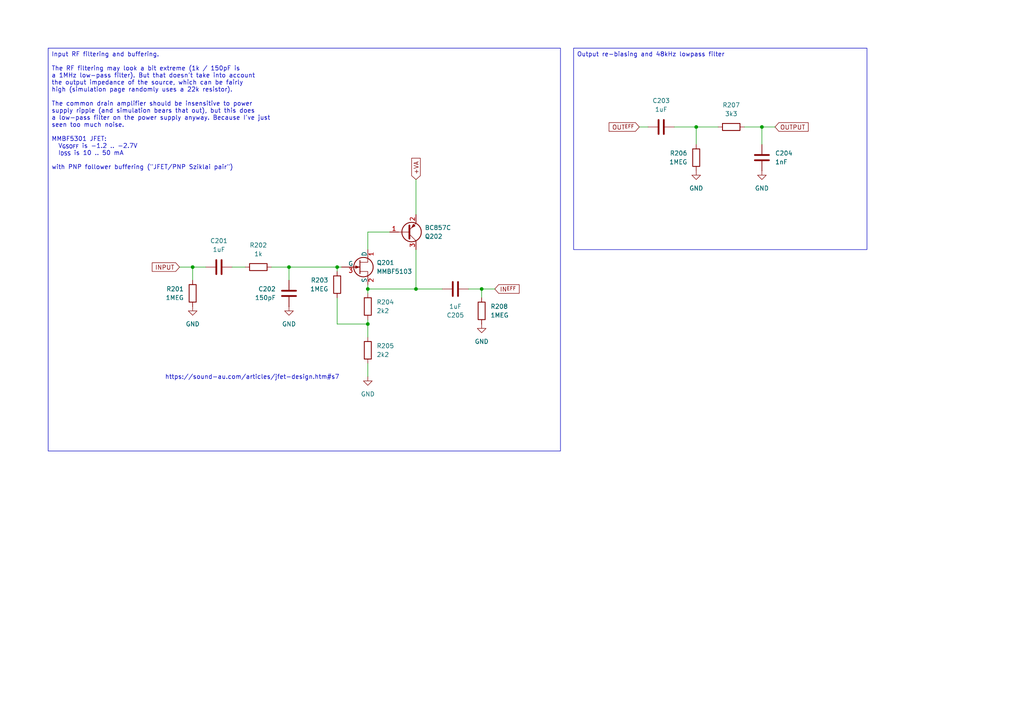
<source format=kicad_sch>
(kicad_sch (version 20250114) (generator "eeschema") (generator_version "9.0")
  (paper "A4")
  (lib_symbols
    (symbol "Device:C" (pin_numbers (hide yes)) (pin_names (offset 0.254))
      (property "Reference" "C" (at 0.635 2.54 0))
      (property "Value" "C" (at 0.635 -2.54 0))
      (symbol "C_0_1"
        (polyline (pts (xy -2.032 0.762) (xy 2.032 0.762)) (stroke (width 0.508)))
        (polyline (pts (xy -2.032 -0.762) (xy 2.032 -0.762)) (stroke (width 0.508)))
      )
      (symbol "C_1_1"
        (pin passive line (at 0 3.81 270) (length 2.794) (name "~") (number "1"))
        (pin passive line (at 0 -3.81 90) (length 2.794) (name "~") (number "2"))
      )
    )
    (symbol "Device:R" (pin_numbers (hide yes)) (pin_names (offset 0))
      (property "Reference" "R" (at 2.032 0 90))
      (property "Value" "R" (at 0 0 90))
      (symbol "R_0_1"
        (rectangle (start -1.016 -2.54) (end 1.016 2.54) (stroke (width 0.254)))
      )
      (symbol "R_1_1"
        (pin passive line (at 0 3.81 270) (length 1.27) (name "~") (number "1"))
        (pin passive line (at 0 -3.81 90) (length 1.27) (name "~") (number "2"))
      )
    )
    (symbol "Mylib:BC857C" (pin_names (offset 0) (hide yes))
      (property "Reference" "Q" (at 5.08 1.905 0))
      (property "Value" "BC857C" (at 5.08 0 0))
      (symbol "BC857C_0_1"
        (polyline (pts (xy -2.54 0) (xy 0.635 0)))
        (polyline (pts (xy 0.635 1.905) (xy 0.635 -1.905)) (stroke (width 0.508)))
        (polyline (pts (xy 0.635 0.635) (xy 2.54 2.54)))
        (polyline (pts (xy 0.635 -0.635) (xy 2.54 -2.54)))
        (circle (center 1.27 0) (radius 2.8194) (stroke (width 0.254)))
        (polyline (pts (xy 2.286 -1.778) (xy 1.778 -2.286) (xy 1.27 -1.27) (xy 2.286 -1.778)) (fill (type outline)))
      )
      (symbol "BC857C_1_1"
        (pin input line (at -5.08 0 0) (length 2.54) (name "B") (number "1"))
        (pin passive line (at 2.54 5.08 270) (length 2.54) (name "C") (number "3"))
        (pin passive line (at 2.54 -5.08 90) (length 2.54) (name "E") (number "2"))
      )
    )
    (symbol "Mylib:MMBF5103" (pin_names (offset 0))
      (property "Reference" "Q" (at 5.08 1.27 0))
      (property "Value" "MMBF5103" (at 5.08 -1.27 0))
      (symbol "MMBF5103_0_1"
        (polyline (pts (xy 0 0) (xy -1.016 0.381) (xy -1.016 -0.381) (xy 0 0)) (fill (type outline)))
        (polyline (pts (xy 0.254 1.905) (xy 0.254 -1.905) (xy 0.254 -1.905)) (stroke (width 0.254)))
        (circle (center 1.27 0) (radius 2.8194) (stroke (width 0.254)))
        (polyline (pts (xy 2.54 2.54) (xy 2.54 1.397) (xy 0.254 1.397)))
        (polyline (pts (xy 2.54 -2.54) (xy 2.54 -1.27) (xy 0.254 -1.27)))
      )
      (symbol "MMBF5103_1_1"
        (pin input line (at -5.08 0 0) (length 5.334) (name "G") (number "3"))
        (pin passive line (at 2.54 5.08 270) (length 2.54) (name "D") (number "1"))
        (pin passive line (at 2.54 -5.08 90) (length 2.54) (name "S") (number "2"))
      )
    )
    (symbol "power:GND" (power) (pin_numbers (hide yes)) (pin_names (offset 0) (hide yes))
      (property "Value" "GND" (at 0 -3.81 0))
      (symbol "GND_0_1"
        (polyline (pts (xy 0 0) (xy 0 -1.27) (xy 1.27 -1.27) (xy 0 -2.54) (xy -1.27 -1.27) (xy 0 -1.27)))
      )
      (symbol "GND_1_1"
        (pin power_in line (at 0 0 270) (length 0) (name "~") (number "1"))
      )
    )
  )
  (text "https://sound-au.com/articles/jfet-design.htm#s7" (at 73.152 109.474 0) (effects (font (size 1.27 1.27))))
  (text_box "Input RF filtering and buffering.\n\nThe RF filtering may look a bit extreme (1k / 150pF is\na 1MHz low-pass filter). But that doesn't take into account\nthe output impedance of the source, which can be fairly\nhigh (simulation page randomly uses a 22k resistor).\n\nThe common drain amplifier should be insensitive to power\nsupply ripple (and simulation bears that out), but this does\na low-pass filter on the power supply anyway. Because I've just\nseen too much noise.\n\nMMBF5301 JFET:\n  V_{GSOFF} is -1.2 .. -2.7V\n  I_{DSS} is 10 .. 50 mA\n\nwith PNP follower buffering (\"JFET/PNP Sziklai pair\")" (at 13.97 13.97 0) (size 148.59 116.84) (margins 0.9525 0.9525 0.9525 0.9525) (effects (font (size 1.27 1.27)) (justify left top)))
  (text_box "Output re-biasing and 48kHz lowpass filter" (at 166.37 13.97 0) (size 85.09 58.42) (margins 0.9525 0.9525 0.9525 0.9525) (effects (font (size 1.27 1.27)) (justify left top)))
  (junction (at 97.79 77.47))
  (junction (at 55.88 77.47))
  (junction (at 201.93 36.83))
  (junction (at 220.98 36.83))
  (junction (at 106.68 93.98))
  (junction (at 106.68 83.82))
  (junction (at 120.65 83.82))
  (junction (at 83.82 77.47))
  (junction (at 139.7 83.82))
  (wire (pts (xy 97.79 86.36) (xy 97.79 93.98)))
  (wire (pts (xy 185.42 36.83) (xy 187.96 36.83)))
  (wire (pts (xy 139.7 83.82) (xy 139.7 86.36)))
  (wire (pts (xy 106.68 67.31) (xy 113.03 67.31)))
  (wire (pts (xy 106.68 83.82) (xy 120.65 83.82)))
  (wire (pts (xy 139.7 83.82) (xy 143.51 83.82)))
  (wire (pts (xy 195.58 36.83) (xy 201.93 36.83)))
  (wire (pts (xy 83.82 77.47) (xy 83.82 81.28)))
  (wire (pts (xy 220.98 36.83) (xy 224.79 36.83)))
  (wire (pts (xy 120.65 83.82) (xy 128.27 83.82)))
  (wire (pts (xy 52.07 77.47) (xy 55.88 77.47)))
  (wire (pts (xy 106.68 105.41) (xy 106.68 109.22)))
  (wire (pts (xy 55.88 77.47) (xy 55.88 81.28)))
  (wire (pts (xy 106.68 93.98) (xy 106.68 97.79)))
  (wire (pts (xy 201.93 36.83) (xy 208.28 36.83)))
  (wire (pts (xy 201.93 36.83) (xy 201.93 41.91)))
  (wire (pts (xy 83.82 77.47) (xy 97.79 77.47)))
  (wire (pts (xy 106.68 82.55) (xy 106.68 83.82)))
  (wire (pts (xy 135.89 83.82) (xy 139.7 83.82)))
  (wire (pts (xy 67.31 77.47) (xy 71.12 77.47)))
  (wire (pts (xy 97.79 77.47) (xy 97.79 78.74)))
  (wire (pts (xy 120.65 52.07) (xy 120.65 62.23)))
  (wire (pts (xy 78.74 77.47) (xy 83.82 77.47)))
  (wire (pts (xy 97.79 93.98) (xy 106.68 93.98)))
  (wire (pts (xy 97.79 77.47) (xy 99.06 77.47)))
  (wire (pts (xy 220.98 36.83) (xy 220.98 41.91)))
  (wire (pts (xy 106.68 92.71) (xy 106.68 93.98)))
  (wire (pts (xy 55.88 77.47) (xy 59.69 77.47)))
  (wire (pts (xy 106.68 67.31) (xy 106.68 72.39)))
  (wire (pts (xy 106.68 83.82) (xy 106.68 85.09)))
  (wire (pts (xy 215.9 36.83) (xy 220.98 36.83)))
  (wire (pts (xy 120.65 72.39) (xy 120.65 83.82)))
  (global_label "+VA" (shape input) (at 120.65 52.07 90) (property "Intersheetrefs" "${INTERSHEET_REFS}" (effects (hide yes))))
  (global_label "OUTPUT" (shape input) (at 224.79 36.83 0) (property "Intersheetrefs" "${INTERSHEET_REFS}" (effects (hide yes))))
  (global_label "OUT^{EFF}" (shape input) (at 185.42 36.83 180) (property "Intersheetrefs" "${INTERSHEET_REFS}" (effects (hide yes))))
  (global_label "INPUT" (shape input) (at 52.07 77.47 180) (property "Intersheetrefs" "${INTERSHEET_REFS}" (effects (hide yes))))
  (global_label "IN^{EFF}" (shape input) (at 143.51 83.82 0) (property "Intersheetrefs" "${INTERSHEET_REFS}" (effects (hide yes))))
  (symbol (lib_id "Device:C") (at 63.5 77.47 90) (unit 1)
    (property "Reference" "C201" (at 63.5 69.85 90))
    (property "Value" "1uF" (at 63.5 72.39 90))
    (property "Footprint" "Capacitor_SMD:C_1206_3216Metric" (effects (hide yes)))
    (property "Description" "Unpolarized capacitor" (effects (hide yes)))
  )
  (symbol (lib_id "Mylib:MMBF5103") (at 104.14 77.47 0) (unit 1)
    (property "Reference" "Q201" (at 109.22 76.1999 0) (effects (justify left)))
    (property "Value" "MMBF5103" (at 109.22 78.7399 0) (effects (justify left)))
    (property "Footprint" "Package_TO_SOT_SMD:SOT-23" (effects (hide yes)))
    (property "Datasheet" "https://www.onsemi.com/pdf/datasheet/mmbf5103-d.pdf" (effects (hide yes)))
    (property "Description" "MMBF5103" (effects (hide yes)))
    (property "Sim.Library" "spice/MMBF5103.lib" (effects (hide yes)))
    (property "Sim.Name" "MMBF5103" (effects (hide yes)))
    (property "Sim.Device" "NJFET" (effects (hide yes)))
    (property "Sim.Type" "SHICHMANHODGES" (effects (hide yes)))
    (property "Sim.Pins" "1=D 2=S 3=G" (effects (hide yes)))
  )
  (symbol (lib_id "Device:C") (at 220.98 45.72 180) (unit 1)
    (property "Reference" "C204" (at 224.79 44.4499 0) (effects (justify right)))
    (property "Value" "1nF" (at 224.79 46.9899 0) (effects (justify right)))
    (property "Footprint" "Capacitor_SMD:C_1206_3216Metric" (effects (hide yes)))
    (property "Description" "Unpolarized capacitor" (effects (hide yes)))
  )
  (symbol (lib_id "Device:R") (at 74.93 77.47 90) (unit 1)
    (property "Reference" "R202" (at 74.93 71.12 90))
    (property "Value" "1k" (at 74.93 73.66 90))
    (property "Footprint" "Resistor_SMD:R_0805_2012Metric" (effects (hide yes)))
    (property "Description" "Resistor" (effects (hide yes)))
  )
  (symbol (lib_id "Mylib:BC857C") (at 118.11 67.31 0) (mirror x) (unit 1)
    (property "Reference" "Q202" (at 123.19 68.5801 0) (effects (justify left)))
    (property "Value" "BC857C" (at 123.19 66.0401 0) (effects (justify left)))
    (property "Footprint" "Package_TO_SOT_SMD:SOT-23" (effects (hide yes)))
    (property "Datasheet" "https://www.diodes.com/datasheet/download/BC857C.pdf" (effects (hide yes)))
    (property "Description" "0.1A Ic, 45V Vce, PNP Transistor, SOT-23" (effects (hide yes)))
    (property "Sim.Library" "spice/BC857C.lib" (effects (hide yes)))
    (property "Sim.Name" "BC857C" (effects (hide yes)))
    (property "Sim.Device" "SUBCKT" (effects (hide yes)))
    (property "Sim.Pins" "1=B 2=E 3=C" (effects (hide yes)))
  )
  (symbol (lib_id "power:GND") (at 55.88 88.9 0) (unit 1)
    (property "Reference" "#PWR0201" (effects (hide yes)))
    (property "Value" "GND" (at 55.88 93.98 0))
    (property "Description" "Power symbol creates a global label with name \"GND\" , ground" (effects (hide yes)))
  )
  (symbol (lib_id "power:GND") (at 220.98 49.53 0) (unit 1)
    (property "Reference" "#PWR0205" (effects (hide yes)))
    (property "Value" "GND" (at 220.98 54.61 0))
    (property "Description" "Power symbol creates a global label with name \"GND\" , ground" (effects (hide yes)))
  )
  (symbol (lib_id "Device:C") (at 83.82 85.09 0) (mirror y) (unit 1)
    (property "Reference" "C202" (at 80.01 83.8199 0) (effects (justify left)))
    (property "Value" "150pF" (at 80.01 86.3599 0) (effects (justify left)))
    (property "Footprint" "Capacitor_SMD:C_0805_2012Metric" (effects (hide yes)))
    (property "Description" "Unpolarized capacitor" (effects (hide yes)))
  )
  (symbol (lib_id "power:GND") (at 201.93 49.53 0) (unit 1)
    (property "Reference" "#PWR0204" (effects (hide yes)))
    (property "Value" "GND" (at 201.93 54.61 0))
    (property "Description" "Power symbol creates a global label with name \"GND\" , ground" (effects (hide yes)))
  )
  (symbol (lib_id "Device:R") (at 201.93 45.72 0) (mirror y) (unit 1)
    (property "Reference" "R206" (at 199.39 44.4499 0) (effects (justify left)))
    (property "Value" "1MEG" (at 199.39 46.99 0) (effects (justify left)))
    (property "Footprint" "Resistor_SMD:R_0805_2012Metric" (effects (hide yes)))
    (property "Description" "Resistor" (effects (hide yes)))
  )
  (symbol (lib_id "Device:R") (at 212.09 36.83 90) (unit 1)
    (property "Reference" "R207" (at 212.09 30.48 90))
    (property "Value" "3k3" (at 212.09 33.02 90))
    (property "Footprint" "Resistor_SMD:R_0805_2012Metric" (effects (hide yes)))
    (property "Description" "Resistor" (effects (hide yes)))
  )
  (symbol (lib_id "Device:R") (at 106.68 88.9 0) (unit 1)
    (property "Reference" "R204" (at 109.22 87.6299 0) (effects (justify left)))
    (property "Value" "2k2" (at 109.22 90.17 0) (effects (justify left)))
    (property "Footprint" "Resistor_SMD:R_0805_2012Metric" (effects (hide yes)))
    (property "Description" "Resistor" (effects (hide yes)))
  )
  (symbol (lib_id "power:GND") (at 106.68 109.22 0) (unit 1)
    (property "Reference" "#PWR0203" (effects (hide yes)))
    (property "Value" "GND" (at 106.68 114.3 0))
    (property "Description" "Power symbol creates a global label with name \"GND\" , ground" (effects (hide yes)))
  )
  (symbol (lib_id "Device:C") (at 132.08 83.82 90) (mirror x) (unit 1)
    (property "Reference" "C205" (at 132.08 91.44 90))
    (property "Value" "1uF" (at 132.08 88.9 90))
    (property "Footprint" "Capacitor_SMD:C_1206_3216Metric" (effects (hide yes)))
    (property "Description" "Unpolarized capacitor" (effects (hide yes)))
  )
  (symbol (lib_id "power:GND") (at 83.82 88.9 0) (unit 1)
    (property "Reference" "#PWR0202" (effects (hide yes)))
    (property "Value" "GND" (at 83.82 93.98 0))
    (property "Description" "Power symbol creates a global label with name \"GND\" , ground" (effects (hide yes)))
  )
  (symbol (lib_id "Device:R") (at 106.68 101.6 0) (unit 1)
    (property "Reference" "R205" (at 109.22 100.3299 0) (effects (justify left)))
    (property "Value" "2k2" (at 109.22 102.87 0) (effects (justify left)))
    (property "Footprint" "Resistor_SMD:R_0805_2012Metric" (effects (hide yes)))
    (property "Description" "Resistor" (effects (hide yes)))
  )
  (symbol (lib_id "Device:C") (at 191.77 36.83 90) (unit 1)
    (property "Reference" "C203" (at 191.77 29.21 90))
    (property "Value" "1uF" (at 191.77 31.75 90))
    (property "Footprint" "Capacitor_SMD:C_1206_3216Metric" (effects (hide yes)))
    (property "Description" "Unpolarized capacitor" (effects (hide yes)))
  )
  (symbol (lib_id "Device:R") (at 139.7 90.17 0) (unit 1)
    (property "Reference" "R208" (at 142.24 88.8999 0) (effects (justify left)))
    (property "Value" "1MEG" (at 142.24 91.44 0) (effects (justify left)))
    (property "Footprint" "Resistor_SMD:R_0805_2012Metric" (effects (hide yes)))
    (property "Description" "Resistor" (effects (hide yes)))
  )
  (symbol (lib_id "Device:R") (at 97.79 82.55 0) (mirror y) (unit 1)
    (property "Reference" "R203" (at 95.25 81.2799 0) (effects (justify left)))
    (property "Value" "1MEG" (at 95.25 83.82 0) (effects (justify left)))
    (property "Footprint" "Resistor_SMD:R_0805_2012Metric" (effects (hide yes)))
    (property "Description" "Resistor" (effects (hide yes)))
  )
  (symbol (lib_id "power:GND") (at 139.7 93.98 0) (unit 1)
    (property "Reference" "#PWR0206" (effects (hide yes)))
    (property "Value" "GND" (at 139.7 99.06 0))
    (property "Description" "Power symbol creates a global label with name \"GND\" , ground" (effects (hide yes)))
  )
  (symbol (lib_id "Device:R") (at 55.88 85.09 0) (mirror y) (unit 1)
    (property "Reference" "R201" (at 53.34 83.8199 0) (effects (justify left)))
    (property "Value" "1MEG" (at 53.34 86.36 0) (effects (justify left)))
    (property "Footprint" "Resistor_SMD:R_0805_2012Metric" (effects (hide yes)))
    (property "Description" "Resistor" (effects (hide yes)))
  )
)
</source>
